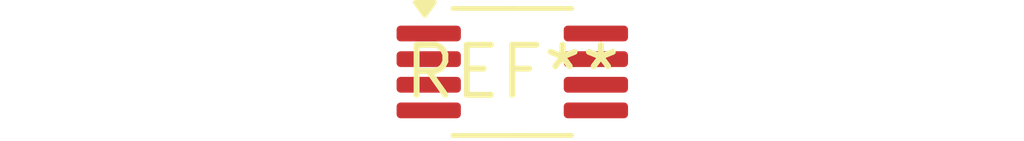
<source format=kicad_pcb>
(kicad_pcb (version 20240108) (generator pcbnew)
  (layers (0 "F.Cu" signal) (31 "B.Cu" signal) (34 "B.Paste" user) (35 "F.Paste" user) (36 "B.SilkS" user "B.Silkscreen") (37 "F.SilkS" user "F.Silkscreen") (38 "B.Mask" user) (39 "F.Mask" user) (44 "Edge.Cuts" user))
  (net 0 "")
  (footprint "MSOP-8_3x3mm_P0.65mm" (layer "F.Cu") (at 0 0)
    (property "Reference" "REF**")
    (property "Value" "MSOP-8_3x3mm_P0.65mm")
    (fp_line (start 0 -1.61) (end -1.5 -1.61) (layer "F.SilkS") (stroke (width 0.12)))
    (fp_line (start 0 -1.61) (end 1.5 -1.61) (layer "F.SilkS") (stroke (width 0.12)))
    (fp_line (start 0 1.61) (end -1.5 1.61) (layer "F.SilkS") (stroke (width 0.12)))
    (fp_line (start 0 1.61) (end 1.5 1.61) (layer "F.SilkS") (stroke (width 0.12)))
    (fp_poly (pts (xy -2.2125 -1.435) (xy -2.4525 -1.765) (xy -1.9725 -1.765) (xy -2.2125 -1.435)) (layer "F.SilkS") (stroke (width 0.12)) (fill solid))
    (pad "1" smd roundrect (at -2.1125 -0.975) (size 1.625 0.4) (layers "F.Cu" "F.Paste" "F.Mask"))
    (pad "2" smd roundrect (at -2.1125 -0.325) (size 1.625 0.4) (layers "F.Cu" "F.Paste" "F.Mask"))
    (pad "3" smd roundrect (at -2.1125 0.325) (size 1.625 0.4) (layers "F.Cu" "F.Paste" "F.Mask"))
    (pad "4" smd roundrect (at -2.1125 0.975) (size 1.625 0.4) (layers "F.Cu" "F.Paste" "F.Mask"))
    (pad "5" smd roundrect (at 2.1125 0.975) (size 1.625 0.4) (layers "F.Cu" "F.Paste" "F.Mask"))
    (pad "6" smd roundrect (at 2.1125 0.325) (size 1.625 0.4) (layers "F.Cu" "F.Paste" "F.Mask"))
    (pad "7" smd roundrect (at 2.1125 -0.325) (size 1.625 0.4) (layers "F.Cu" "F.Paste" "F.Mask"))
    (pad "8" smd roundrect (at 2.1125 -0.975) (size 1.625 0.4) (layers "F.Cu" "F.Paste" "F.Mask"))
  )
)
</source>
